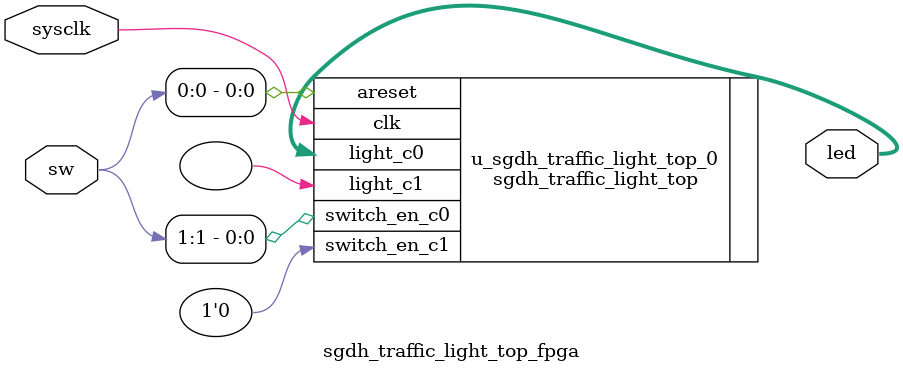
<source format=v>
`timescale 1ns / 1ps


module sgdh_traffic_light_top_fpga(
    input sysclk,
    input [1:0] sw,
    output [2:0] led // 3-bit output to represent red, yellow, green lights
    );
    
    // Instantiate the traffic_light module
    sgdh_traffic_light_top #(
        .RED_TIME_C0(5 * 125000000), // Zybo Z7 sysclk freq is 125MHz and real time unit is sec.
        .YELLOW_TIME_C0(1 * 125000000),
        .GREEN_TIME_C0(2 * 125000000),
        .RED_TIME_C1(0),  // No generate core1
        .YELLOW_TIME_C1(0),
        .GREEN_TIME_C1(0)
    ) u_sgdh_traffic_light_top_0 (
        .clk(sysclk),
        .areset(sw[0]),
        .switch_en_c0(sw[1]),
        .switch_en_c1(1'b0),
        .light_c0(led),
        .light_c1()
    );
endmodule

</source>
